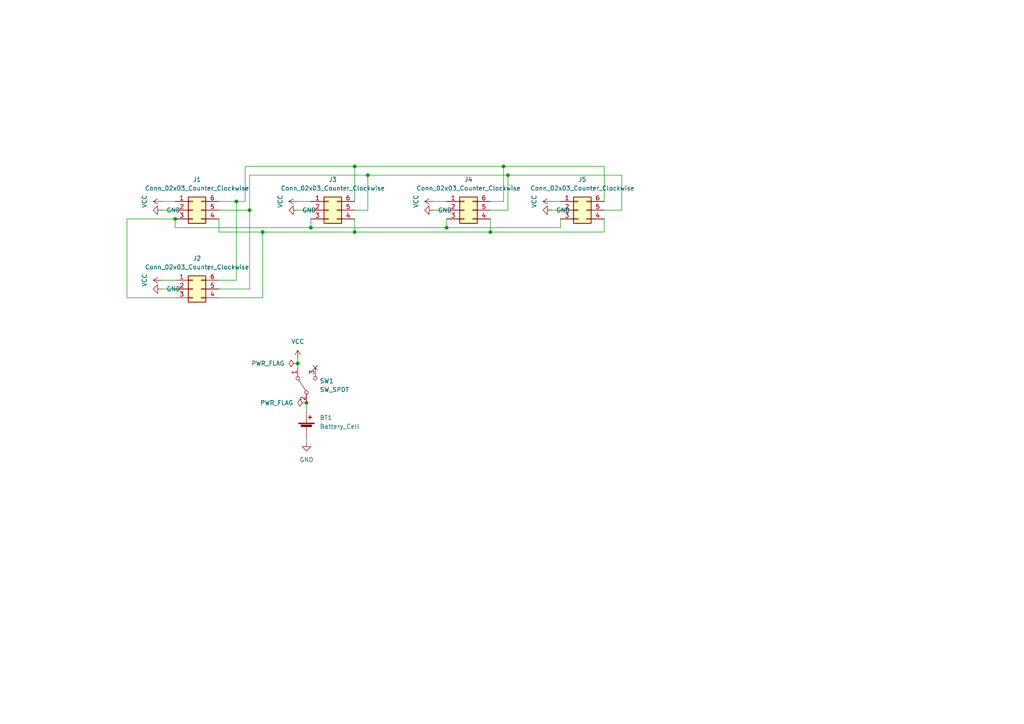
<source format=kicad_sch>
(kicad_sch (version 20211123) (generator eeschema)
  (paper "A4")
  (lib_symbols
    (symbol "Connector_Generic:Conn_02x03_Counter_Clockwise" (pin_names (offset 1.016) hide)
      (property "Reference" "J" (at 1.27 5.08 0))
      (property "Value" "Conn_02x03_Counter_Clockwise" (at 1.27 -5.08 0))
      (symbol "Conn_02x03_Counter_Clockwise_1_1"
        (rectangle (start -1.27 -2.413) (end 0 -2.667) (stroke (width 0.1524)))
        (rectangle (start -1.27 0.127) (end 0 -0.127) (stroke (width 0.1524)))
        (rectangle (start -1.27 2.667) (end 0 2.413) (stroke (width 0.1524)))
        (rectangle (start -1.27 3.81) (end 3.81 -3.81) (stroke (width 0.254)) (fill (type background)))
        (rectangle (start 3.81 -2.413) (end 2.54 -2.667) (stroke (width 0.1524)))
        (rectangle (start 3.81 0.127) (end 2.54 -0.127) (stroke (width 0.1524)))
        (rectangle (start 3.81 2.667) (end 2.54 2.413) (stroke (width 0.1524)))
        (pin passive line (at -5.08 2.54 0) (length 3.81) (name "Pin_1") (number "1"))
        (pin passive line (at -5.08 0 0) (length 3.81) (name "Pin_2") (number "2"))
        (pin passive line (at -5.08 -2.54 0) (length 3.81) (name "Pin_3") (number "3"))
        (pin passive line (at 7.62 -2.54 180) (length 3.81) (name "Pin_4") (number "4"))
        (pin passive line (at 7.62 0 180) (length 3.81) (name "Pin_5") (number "5"))
        (pin passive line (at 7.62 2.54 180) (length 3.81) (name "Pin_6") (number "6"))
      )
    )
    (symbol "Device:Battery_Cell" (pin_numbers hide) (pin_names (offset 0) hide)
      (property "Reference" "BT" (at 2.54 2.54 0))
      (property "Value" "Battery_Cell" (at 2.54 0 0))
      (symbol "Battery_Cell_0_1"
        (rectangle (start -2.286 1.778) (end 2.286 1.524) (fill (type outline)))
        (rectangle (start -1.5748 1.1938) (end 1.4732 0.6858) (fill (type outline)))
        (polyline (pts (xy 0 0.762) (xy 0 0)))
        (polyline (pts (xy 0 1.778) (xy 0 2.54)))
        (polyline (pts (xy 0.508 3.429) (xy 1.524 3.429)) (stroke (width 0.254)))
        (polyline (pts (xy 1.016 3.937) (xy 1.016 2.921)) (stroke (width 0.254)))
      )
      (symbol "Battery_Cell_1_1"
        (pin passive line (at 0 5.08 270) (length 2.54) (name "+") (number "1"))
        (pin passive line (at 0 -2.54 90) (length 2.54) (name "-") (number "2"))
      )
    )
    (symbol "Switch:SW_SPDT" (pin_names (offset 0) hide)
      (property "Reference" "SW" (at 0 4.318 0))
      (property "Value" "SW_SPDT" (at 0 -5.08 0))
      (symbol "SW_SPDT_0_0"
        (circle (center -2.032 0) (radius 0.508))
        (circle (center 2.032 -2.54) (radius 0.508))
      )
      (symbol "SW_SPDT_0_1"
        (polyline (pts (xy -1.524 0.254) (xy 1.651 2.286)))
        (circle (center 2.032 2.54) (radius 0.508))
      )
      (symbol "SW_SPDT_1_1"
        (pin passive line (at 5.08 2.54 180) (length 2.54) (name "A") (number "1"))
        (pin passive line (at -5.08 0 0) (length 2.54) (name "B") (number "2"))
        (pin passive line (at 5.08 -2.54 180) (length 2.54) (name "C") (number "3"))
      )
    )
    (symbol "power:GND" (power) (pin_names (offset 0))
      (property "Value" "GND" (at 0 -3.81 0))
      (symbol "GND_0_1"
        (polyline (pts (xy 0 0) (xy 0 -1.27) (xy 1.27 -1.27) (xy 0 -2.54) (xy -1.27 -1.27) (xy 0 -1.27)))
      )
      (symbol "GND_1_1"
        (pin power_in line (at 0 0 270) (length 0) hide (name "GND") (number "1"))
      )
    )
    (symbol "power:PWR_FLAG" (power) (pin_numbers hide) (pin_names (offset 0) hide)
      (property "Value" "PWR_FLAG" (at 0 3.81 0))
      (symbol "PWR_FLAG_0_0"
        (pin power_out line (at 0 0 90) (length 0) (name "pwr") (number "1"))
      )
      (symbol "PWR_FLAG_0_1"
        (polyline (pts (xy 0 0) (xy 0 1.27) (xy -1.016 1.905) (xy 0 2.54) (xy 1.016 1.905) (xy 0 1.27)))
      )
    )
    (symbol "power:VCC" (power) (pin_names (offset 0))
      (property "Value" "VCC" (at 0 3.81 0))
      (symbol "VCC_0_1"
        (polyline (pts (xy -0.762 1.27) (xy 0 2.54)))
        (polyline (pts (xy 0 0) (xy 0 2.54)))
        (polyline (pts (xy 0 2.54) (xy 0.762 1.27)))
      )
      (symbol "VCC_1_1"
        (pin power_in line (at 0 0 90) (length 0) hide (name "VCC") (number "1"))
      )
    )
  )
  (junction (at 102.87 48.26))
  (junction (at 76.2 67.31))
  (junction (at 86.36 105.41))
  (junction (at 129.54 66.04))
  (junction (at 90.17 66.04))
  (junction (at 147.32 50.8))
  (junction (at 68.58 58.42))
  (junction (at 88.9 116.84))
  (junction (at 142.24 67.31))
  (junction (at 50.8 63.5))
  (junction (at 102.87 67.31))
  (junction (at 72.39 60.96))
  (junction (at 146.05 48.26))
  (junction (at 106.68 50.8))
  (no_connect (at 91.44 106.68))
  (wire (pts (xy 63.5 67.31) (xy 76.2 67.31)))
  (wire (pts (xy 125.73 60.96) (xy 129.54 60.96)))
  (wire (pts (xy 147.32 50.8) (xy 147.32 60.96)))
  (wire (pts (xy 86.36 104.14) (xy 86.36 105.41)))
  (wire (pts (xy 71.12 48.26) (xy 102.87 48.26)))
  (wire (pts (xy 68.58 58.42) (xy 71.12 58.42)))
  (wire (pts (xy 63.5 63.5) (xy 63.5 67.31)))
  (wire (pts (xy 68.58 58.42) (xy 68.58 81.28)))
  (wire (pts (xy 46.99 81.28) (xy 50.8 81.28)))
  (wire (pts (xy 72.39 50.8) (xy 106.68 50.8)))
  (wire (pts (xy 102.87 48.26) (xy 146.05 48.26)))
  (wire (pts (xy 160.02 58.42) (xy 162.56 58.42)))
  (wire (pts (xy 76.2 67.31) (xy 102.87 67.31)))
  (wire (pts (xy 175.26 63.5) (xy 175.26 67.31)))
  (wire (pts (xy 63.5 86.36) (xy 76.2 86.36)))
  (wire (pts (xy 86.36 105.41) (xy 86.36 106.68)))
  (wire (pts (xy 147.32 50.8) (xy 180.34 50.8)))
  (wire (pts (xy 146.05 58.42) (xy 142.24 58.42)))
  (wire (pts (xy 160.02 60.96) (xy 162.56 60.96)))
  (wire (pts (xy 142.24 67.31) (xy 175.26 67.31)))
  (wire (pts (xy 36.83 86.36) (xy 50.8 86.36)))
  (wire (pts (xy 146.05 48.26) (xy 175.26 48.26)))
  (wire (pts (xy 129.54 66.04) (xy 162.56 66.04)))
  (wire (pts (xy 50.8 63.5) (xy 50.8 66.04)))
  (wire (pts (xy 72.39 83.82) (xy 72.39 60.96)))
  (wire (pts (xy 106.68 60.96) (xy 102.87 60.96)))
  (wire (pts (xy 50.8 66.04) (xy 90.17 66.04)))
  (wire (pts (xy 63.5 60.96) (xy 72.39 60.96)))
  (wire (pts (xy 46.99 83.82) (xy 50.8 83.82)))
  (wire (pts (xy 147.32 60.96) (xy 142.24 60.96)))
  (wire (pts (xy 162.56 63.5) (xy 162.56 66.04)))
  (wire (pts (xy 86.36 60.96) (xy 90.17 60.96)))
  (wire (pts (xy 71.12 58.42) (xy 71.12 48.26)))
  (wire (pts (xy 180.34 50.8) (xy 180.34 60.96)))
  (wire (pts (xy 36.83 63.5) (xy 36.83 86.36)))
  (wire (pts (xy 63.5 83.82) (xy 72.39 83.82)))
  (wire (pts (xy 125.73 58.42) (xy 129.54 58.42)))
  (wire (pts (xy 146.05 48.26) (xy 146.05 58.42)))
  (wire (pts (xy 175.26 48.26) (xy 175.26 58.42)))
  (wire (pts (xy 86.36 58.42) (xy 90.17 58.42)))
  (wire (pts (xy 88.9 116.84) (xy 88.9 119.38)))
  (wire (pts (xy 102.87 48.26) (xy 102.87 58.42)))
  (wire (pts (xy 88.9 127) (xy 88.9 128.27)))
  (wire (pts (xy 72.39 60.96) (xy 72.39 50.8)))
  (wire (pts (xy 76.2 86.36) (xy 76.2 67.31)))
  (wire (pts (xy 36.83 63.5) (xy 50.8 63.5)))
  (wire (pts (xy 106.68 50.8) (xy 147.32 50.8)))
  (wire (pts (xy 142.24 63.5) (xy 142.24 67.31)))
  (wire (pts (xy 63.5 81.28) (xy 68.58 81.28)))
  (wire (pts (xy 90.17 66.04) (xy 129.54 66.04)))
  (wire (pts (xy 90.17 66.04) (xy 90.17 63.5)))
  (wire (pts (xy 46.99 60.96) (xy 50.8 60.96)))
  (wire (pts (xy 102.87 67.31) (xy 142.24 67.31)))
  (wire (pts (xy 63.5 58.42) (xy 68.58 58.42)))
  (wire (pts (xy 129.54 66.04) (xy 129.54 63.5)))
  (wire (pts (xy 106.68 50.8) (xy 106.68 60.96)))
  (wire (pts (xy 180.34 60.96) (xy 175.26 60.96)))
  (wire (pts (xy 102.87 63.5) (xy 102.87 67.31)))
  (wire (pts (xy 46.99 58.42) (xy 50.8 58.42)))
  (symbol (lib_id "power:VCC") (at 125.73 58.42 90) (unit 1)
    (property "Reference" "#PWR0103" (effects hide))
    (property "Value" "VCC" (at 120.65 58.42 0))
  )
  (symbol (lib_id "power:GND") (at 88.9 128.27 0) (unit 1)
    (property "Reference" "#PWR0112" (effects hide))
    (property "Value" "GND" (at 88.9 133.35 0))
  )
  (symbol (lib_id "power:GND") (at 46.99 83.82 270) (unit 1)
    (property "Reference" "#PWR0106" (effects hide))
    (property "Value" "GND" (at 48.26 83.8199 90) (effects (justify left)))
  )
  (symbol (lib_id "power:GND") (at 86.36 60.96 270) (unit 1)
    (property "Reference" "#PWR0111" (effects hide))
    (property "Value" "GND" (at 87.63 60.9599 90) (effects (justify left)))
  )
  (symbol (lib_id "Connector_Generic:Conn_02x03_Counter_Clockwise") (at 167.64 60.96 0) (unit 1)
    (property "Reference" "J5" (at 168.91 52.07 0))
    (property "Value" "Conn_02x03_Counter_Clockwise" (at 168.91 54.61 0))
    (property "Footprint" "Connector_PinSocket_2.54mm:PinSocket_2x03_P2.54mm_Vertical" (effects hide))
  )
  (symbol (lib_id "Connector_Generic:Conn_02x03_Counter_Clockwise") (at 55.88 83.82 0) (unit 1)
    (property "Reference" "J2" (at 57.15 74.93 0))
    (property "Value" "Conn_02x03_Counter_Clockwise" (at 57.15 77.47 0))
    (property "Footprint" "Connector_PinSocket_2.54mm:PinSocket_2x03_P2.54mm_Vertical" (effects hide))
  )
  (symbol (lib_id "Connector_Generic:Conn_02x03_Counter_Clockwise") (at 95.25 60.96 0) (unit 1)
    (property "Reference" "J3" (at 96.52 52.07 0))
    (property "Value" "Conn_02x03_Counter_Clockwise" (at 96.52 54.61 0))
    (property "Footprint" "Connector_PinSocket_2.54mm:PinSocket_2x03_P2.54mm_Vertical" (effects hide))
  )
  (symbol (lib_id "power:GND") (at 125.73 60.96 270) (unit 1)
    (property "Reference" "#PWR0104" (effects hide))
    (property "Value" "GND" (at 127 60.9599 90) (effects (justify left)))
  )
  (symbol (lib_id "power:VCC") (at 86.36 58.42 90) (unit 1)
    (property "Reference" "#PWR0105" (effects hide))
    (property "Value" "VCC" (at 81.28 58.42 0))
  )
  (symbol (lib_id "Device:Battery_Cell") (at 88.9 124.46 0) (unit 1)
    (property "Reference" "BT1" (at 92.71 121.1579 0) (effects (justify left)))
    (property "Value" "Battery_Cell" (at 92.71 123.6979 0) (effects (justify left)))
    (property "Footprint" "2479_battery_holder:2479" (effects hide))
  )
  (symbol (lib_id "power:VCC") (at 46.99 81.28 90) (unit 1)
    (property "Reference" "#PWR0107" (effects hide))
    (property "Value" "VCC" (at 41.91 81.28 0))
  )
  (symbol (lib_id "power:VCC") (at 86.36 104.14 0) (unit 1)
    (property "Reference" "#PWR0110" (effects hide))
    (property "Value" "VCC" (at 86.36 99.06 0))
  )
  (symbol (lib_id "power:PWR_FLAG") (at 86.36 105.41 90) (unit 1)
    (property "Reference" "#FLG0102" (effects hide))
    (property "Value" "PWR_FLAG" (at 82.55 105.4099 90) (effects (justify left)))
  )
  (symbol (lib_id "Connector_Generic:Conn_02x03_Counter_Clockwise") (at 134.62 60.96 0) (unit 1)
    (property "Reference" "J4" (at 135.89 52.07 0))
    (property "Value" "Conn_02x03_Counter_Clockwise" (at 135.89 54.61 0))
    (property "Footprint" "Connector_PinSocket_2.54mm:PinSocket_2x03_P2.54mm_Vertical" (effects hide))
  )
  (symbol (lib_id "power:PWR_FLAG") (at 88.9 116.84 90) (unit 1)
    (property "Reference" "#FLG0101" (effects hide))
    (property "Value" "PWR_FLAG" (at 85.09 116.8399 90) (effects (justify left)))
  )
  (symbol (lib_id "Switch:SW_SPDT") (at 88.9 111.76 90) (unit 1)
    (property "Reference" "SW1" (at 92.71 110.4899 90) (effects (justify right)))
    (property "Value" "SW_SPDT" (at 92.71 113.0299 90) (effects (justify right)))
    (property "Footprint" "aerospace_badge:switch_JS202011SCQN" (effects hide))
  )
  (symbol (lib_id "power:VCC") (at 160.02 58.42 90) (unit 1)
    (property "Reference" "#PWR0101" (effects hide))
    (property "Value" "VCC" (at 154.94 58.42 0))
  )
  (symbol (lib_id "power:VCC") (at 46.99 58.42 90) (unit 1)
    (property "Reference" "#PWR0109" (effects hide))
    (property "Value" "VCC" (at 41.91 58.42 0))
  )
  (symbol (lib_id "power:GND") (at 46.99 60.96 270) (unit 1)
    (property "Reference" "#PWR0108" (effects hide))
    (property "Value" "GND" (at 48.26 60.9599 90) (effects (justify left)))
  )
  (symbol (lib_id "Connector_Generic:Conn_02x03_Counter_Clockwise") (at 55.88 60.96 0) (unit 1)
    (property "Reference" "J1" (at 57.15 52.07 0))
    (property "Value" "Conn_02x03_Counter_Clockwise" (at 57.15 54.61 0))
    (property "Footprint" "SpaceBase_Library:space2sky_connector" (effects hide))
  )
  (symbol (lib_id "power:GND") (at 160.02 60.96 270) (unit 1)
    (property "Reference" "#PWR0102" (effects hide))
    (property "Value" "GND" (at 161.29 60.9599 90) (effects (justify left)))
  )
)
</source>
